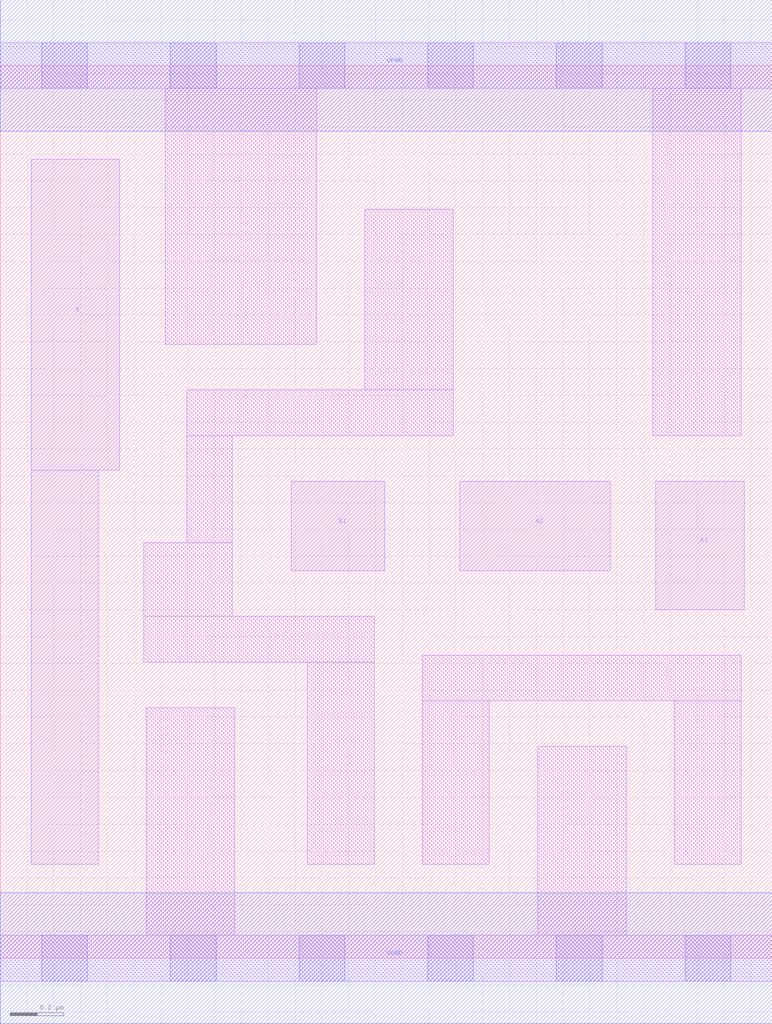
<source format=lef>
# Copyright 2020 The SkyWater PDK Authors
#
# Licensed under the Apache License, Version 2.0 (the "License");
# you may not use this file except in compliance with the License.
# You may obtain a copy of the License at
#
#     https://www.apache.org/licenses/LICENSE-2.0
#
# Unless required by applicable law or agreed to in writing, software
# distributed under the License is distributed on an "AS IS" BASIS,
# WITHOUT WARRANTIES OR CONDITIONS OF ANY KIND, either express or implied.
# See the License for the specific language governing permissions and
# limitations under the License.
#
# SPDX-License-Identifier: Apache-2.0

VERSION 5.7 ;
  NAMESCASESENSITIVE ON ;
  NOWIREEXTENSIONATPIN ON ;
  DIVIDERCHAR "/" ;
  BUSBITCHARS "[]" ;
UNITS
  DATABASE MICRONS 200 ;
END UNITS
MACRO sky130_fd_sc_ls__o21a_1
  CLASS CORE ;
  FOREIGN sky130_fd_sc_ls__o21a_1 ;
  ORIGIN  0.000000  0.000000 ;
  SIZE  2.880000 BY  3.330000 ;
  SYMMETRY X Y ;
  SITE unit ;
  PIN A1
    ANTENNAGATEAREA  0.246000 ;
    DIRECTION INPUT ;
    USE SIGNAL ;
    PORT
      LAYER li1 ;
        RECT 2.445000 1.300000 2.775000 1.780000 ;
    END
  END A1
  PIN A2
    ANTENNAGATEAREA  0.246000 ;
    DIRECTION INPUT ;
    USE SIGNAL ;
    PORT
      LAYER li1 ;
        RECT 1.715000 1.445000 2.275000 1.780000 ;
    END
  END A2
  PIN B1
    ANTENNAGATEAREA  0.222000 ;
    DIRECTION INPUT ;
    USE SIGNAL ;
    PORT
      LAYER li1 ;
        RECT 1.085000 1.445000 1.435000 1.780000 ;
    END
  END B1
  PIN X
    ANTENNADIFFAREA  0.541300 ;
    DIRECTION OUTPUT ;
    USE SIGNAL ;
    PORT
      LAYER li1 ;
        RECT 0.115000 0.350000 0.365000 1.820000 ;
        RECT 0.115000 1.820000 0.445000 2.980000 ;
    END
  END X
  PIN VGND
    DIRECTION INOUT ;
    SHAPE ABUTMENT ;
    USE GROUND ;
    PORT
      LAYER met1 ;
        RECT 0.000000 -0.245000 2.880000 0.245000 ;
    END
  END VGND
  PIN VPWR
    DIRECTION INOUT ;
    SHAPE ABUTMENT ;
    USE POWER ;
    PORT
      LAYER met1 ;
        RECT 0.000000 3.085000 2.880000 3.575000 ;
    END
  END VPWR
  OBS
    LAYER li1 ;
      RECT 0.000000 -0.085000 2.880000 0.085000 ;
      RECT 0.000000  3.245000 2.880000 3.415000 ;
      RECT 0.535000  1.105000 1.395000 1.275000 ;
      RECT 0.535000  1.275000 0.865000 1.550000 ;
      RECT 0.545000  0.085000 0.875000 0.935000 ;
      RECT 0.615000  2.290000 1.180000 3.245000 ;
      RECT 0.695000  1.550000 0.865000 1.950000 ;
      RECT 0.695000  1.950000 1.690000 2.120000 ;
      RECT 1.145000  0.350000 1.395000 1.105000 ;
      RECT 1.360000  2.120000 1.690000 2.795000 ;
      RECT 1.575000  0.350000 1.825000 0.960000 ;
      RECT 1.575000  0.960000 2.765000 1.130000 ;
      RECT 2.005000  0.085000 2.335000 0.790000 ;
      RECT 2.435000  1.950000 2.765000 3.245000 ;
      RECT 2.515000  0.350000 2.765000 0.960000 ;
    LAYER mcon ;
      RECT 0.155000 -0.085000 0.325000 0.085000 ;
      RECT 0.155000  3.245000 0.325000 3.415000 ;
      RECT 0.635000 -0.085000 0.805000 0.085000 ;
      RECT 0.635000  3.245000 0.805000 3.415000 ;
      RECT 1.115000 -0.085000 1.285000 0.085000 ;
      RECT 1.115000  3.245000 1.285000 3.415000 ;
      RECT 1.595000 -0.085000 1.765000 0.085000 ;
      RECT 1.595000  3.245000 1.765000 3.415000 ;
      RECT 2.075000 -0.085000 2.245000 0.085000 ;
      RECT 2.075000  3.245000 2.245000 3.415000 ;
      RECT 2.555000 -0.085000 2.725000 0.085000 ;
      RECT 2.555000  3.245000 2.725000 3.415000 ;
  END
END sky130_fd_sc_ls__o21a_1
END LIBRARY

</source>
